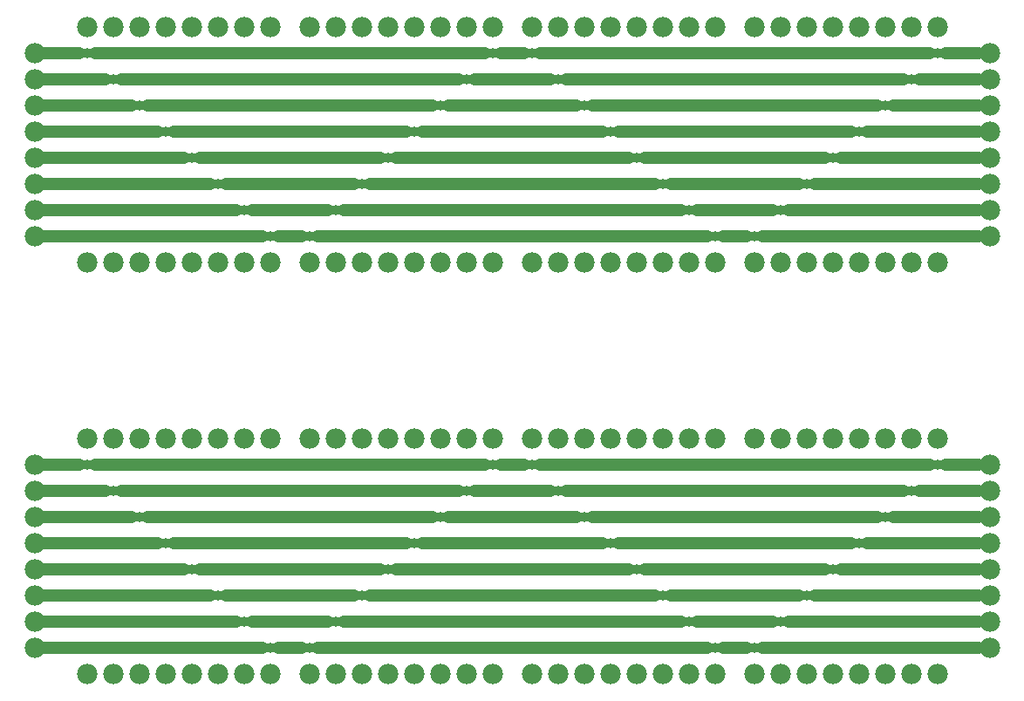
<source format=gbl>
G04 MADE WITH FRITZING*
G04 WWW.FRITZING.ORG*
G04 DOUBLE SIDED*
G04 HOLES PLATED*
G04 CONTOUR ON CENTER OF CONTOUR VECTOR*
%ASAXBY*%
%FSLAX23Y23*%
%MOIN*%
%OFA0B0*%
%SFA1.0B1.0*%
%ADD10C,0.078000*%
%ADD11C,0.039370*%
%ADD12C,0.048000*%
%LNCOPPER0*%
G90*
G70*
G54D10*
X2869Y208D03*
X2969Y208D03*
X3069Y208D03*
X3169Y208D03*
X3269Y208D03*
X3369Y208D03*
X3469Y208D03*
X3569Y208D03*
X2869Y1783D03*
X2969Y1783D03*
X3069Y1783D03*
X3169Y1783D03*
X3269Y1783D03*
X3369Y1783D03*
X3469Y1783D03*
X3569Y1783D03*
X2719Y208D03*
X2619Y208D03*
X2519Y208D03*
X2419Y208D03*
X2319Y208D03*
X2219Y208D03*
X2119Y208D03*
X2019Y208D03*
X2719Y1783D03*
X2619Y1783D03*
X2519Y1783D03*
X2419Y1783D03*
X2319Y1783D03*
X2219Y1783D03*
X2119Y1783D03*
X2019Y1783D03*
X1169Y208D03*
X1269Y208D03*
X1369Y208D03*
X1469Y208D03*
X1569Y208D03*
X1669Y208D03*
X1769Y208D03*
X1869Y208D03*
X1169Y1783D03*
X1269Y1783D03*
X1369Y1783D03*
X1469Y1783D03*
X1569Y1783D03*
X1669Y1783D03*
X1769Y1783D03*
X1869Y1783D03*
X1019Y208D03*
X919Y208D03*
X819Y208D03*
X719Y208D03*
X619Y208D03*
X519Y208D03*
X419Y208D03*
X319Y208D03*
X1019Y1783D03*
X919Y1783D03*
X819Y1783D03*
X719Y1783D03*
X619Y1783D03*
X519Y1783D03*
X419Y1783D03*
X319Y1783D03*
X2869Y1108D03*
X2969Y1108D03*
X3069Y1108D03*
X3169Y1108D03*
X3269Y1108D03*
X3369Y1108D03*
X3469Y1108D03*
X3569Y1108D03*
X2869Y2683D03*
X2969Y2683D03*
X3069Y2683D03*
X3169Y2683D03*
X3269Y2683D03*
X3369Y2683D03*
X3469Y2683D03*
X3569Y2683D03*
X2719Y1108D03*
X2619Y1108D03*
X2519Y1108D03*
X2419Y1108D03*
X2319Y1108D03*
X2219Y1108D03*
X2119Y1108D03*
X2019Y1108D03*
X2719Y2683D03*
X2619Y2683D03*
X2519Y2683D03*
X2419Y2683D03*
X2319Y2683D03*
X2219Y2683D03*
X2119Y2683D03*
X2019Y2683D03*
X1169Y1108D03*
X1269Y1108D03*
X1369Y1108D03*
X1469Y1108D03*
X1569Y1108D03*
X1669Y1108D03*
X1769Y1108D03*
X1869Y1108D03*
X1169Y2683D03*
X1269Y2683D03*
X1369Y2683D03*
X1469Y2683D03*
X1569Y2683D03*
X1669Y2683D03*
X1769Y2683D03*
X1869Y2683D03*
X1019Y1108D03*
X919Y1108D03*
X819Y1108D03*
X719Y1108D03*
X619Y1108D03*
X519Y1108D03*
X419Y1108D03*
X319Y1108D03*
X1019Y2683D03*
X919Y2683D03*
X819Y2683D03*
X719Y2683D03*
X619Y2683D03*
X519Y2683D03*
X419Y2683D03*
X319Y2683D03*
X3769Y308D03*
X3769Y408D03*
X3769Y508D03*
X3769Y608D03*
X3769Y708D03*
X3769Y808D03*
X3769Y908D03*
X3769Y1008D03*
X3769Y1883D03*
X3769Y1983D03*
X3769Y2083D03*
X3769Y2183D03*
X3769Y2283D03*
X3769Y2383D03*
X3769Y2483D03*
X3769Y2583D03*
X119Y308D03*
X119Y408D03*
X119Y508D03*
X119Y608D03*
X119Y708D03*
X119Y808D03*
X119Y908D03*
X119Y1008D03*
X119Y1883D03*
X119Y1983D03*
X119Y2083D03*
X119Y2183D03*
X119Y2283D03*
X119Y2383D03*
X119Y2483D03*
X119Y2583D03*
G54D11*
X3069Y508D03*
X3069Y2083D03*
X2519Y508D03*
X2519Y2083D03*
X1369Y508D03*
X1369Y2083D03*
X819Y508D03*
X819Y2083D03*
X2869Y308D03*
X2869Y1883D03*
X2719Y308D03*
X2719Y1883D03*
X1169Y308D03*
X1169Y1883D03*
X1019Y308D03*
X1019Y1883D03*
X2969Y408D03*
X2969Y1983D03*
X2619Y408D03*
X2619Y1983D03*
X1269Y408D03*
X1269Y1983D03*
X919Y408D03*
X919Y1983D03*
X3169Y608D03*
X3169Y2183D03*
X2419Y608D03*
X2419Y2183D03*
X1469Y608D03*
X1469Y2183D03*
X719Y608D03*
X719Y2183D03*
X3269Y708D03*
X3269Y2283D03*
X2319Y708D03*
X2319Y2283D03*
X1569Y708D03*
X1569Y2283D03*
X619Y708D03*
X619Y2283D03*
X3369Y808D03*
X3369Y2383D03*
X2219Y808D03*
X2219Y2383D03*
X1669Y808D03*
X1669Y2383D03*
X519Y808D03*
X519Y2383D03*
X3469Y908D03*
X3469Y2483D03*
X2119Y908D03*
X2119Y2483D03*
X1769Y908D03*
X1769Y2483D03*
X419Y908D03*
X419Y2483D03*
X3569Y1008D03*
X3569Y2583D03*
X2019Y1008D03*
X2019Y2583D03*
X1869Y1008D03*
X1869Y2583D03*
X319Y1008D03*
X319Y2583D03*
G54D12*
X389Y908D02*
X161Y908D01*
D02*
X389Y2483D02*
X161Y2483D01*
D02*
X350Y1008D02*
X1839Y1008D01*
D02*
X350Y2583D02*
X1839Y2583D01*
D02*
X450Y908D02*
X1739Y908D01*
D02*
X450Y2483D02*
X1739Y2483D01*
D02*
X550Y808D02*
X1639Y808D01*
D02*
X550Y2383D02*
X1639Y2383D01*
D02*
X650Y708D02*
X1539Y708D01*
D02*
X650Y2283D02*
X1539Y2283D01*
D02*
X750Y608D02*
X1439Y608D01*
D02*
X750Y2183D02*
X1439Y2183D01*
D02*
X850Y508D02*
X1339Y508D01*
D02*
X850Y2083D02*
X1339Y2083D01*
D02*
X950Y408D02*
X1239Y408D01*
D02*
X950Y1983D02*
X1239Y1983D01*
D02*
X1050Y308D02*
X1139Y308D01*
D02*
X1050Y1883D02*
X1139Y1883D01*
D02*
X1200Y308D02*
X2689Y308D01*
D02*
X1200Y1883D02*
X2689Y1883D01*
D02*
X1300Y408D02*
X2589Y408D01*
D02*
X1300Y1983D02*
X2589Y1983D01*
D02*
X1400Y508D02*
X2489Y508D01*
D02*
X1400Y2083D02*
X2489Y2083D01*
D02*
X1500Y608D02*
X2389Y608D01*
D02*
X1500Y2183D02*
X2389Y2183D01*
D02*
X1600Y708D02*
X2289Y708D01*
D02*
X1600Y2283D02*
X2289Y2283D01*
D02*
X1700Y808D02*
X2189Y808D01*
D02*
X1700Y2383D02*
X2189Y2383D01*
D02*
X1800Y908D02*
X2089Y908D01*
D02*
X1800Y2483D02*
X2089Y2483D01*
D02*
X1900Y1008D02*
X1989Y1008D01*
D02*
X1900Y2583D02*
X1989Y2583D01*
D02*
X2050Y1008D02*
X3539Y1008D01*
D02*
X2050Y2583D02*
X3539Y2583D01*
D02*
X2150Y908D02*
X3439Y908D01*
D02*
X2150Y2483D02*
X3439Y2483D01*
D02*
X2250Y808D02*
X3339Y808D01*
D02*
X2250Y2383D02*
X3339Y2383D01*
D02*
X2350Y708D02*
X3239Y708D01*
D02*
X2350Y2283D02*
X3239Y2283D01*
D02*
X2450Y608D02*
X3139Y608D01*
D02*
X2450Y2183D02*
X3139Y2183D01*
D02*
X2550Y508D02*
X3039Y508D01*
D02*
X2550Y2083D02*
X3039Y2083D01*
D02*
X2650Y408D02*
X2939Y408D01*
D02*
X2650Y1983D02*
X2939Y1983D01*
D02*
X2750Y308D02*
X2839Y308D01*
D02*
X2750Y1883D02*
X2839Y1883D01*
D02*
X3600Y1008D02*
X3728Y1008D01*
D02*
X3600Y2583D02*
X3728Y2583D01*
D02*
X3500Y908D02*
X3728Y908D01*
D02*
X3500Y2483D02*
X3728Y2483D01*
D02*
X3400Y808D02*
X3728Y808D01*
D02*
X3400Y2383D02*
X3728Y2383D01*
D02*
X3300Y708D02*
X3728Y708D01*
D02*
X3300Y2283D02*
X3728Y2283D01*
D02*
X3200Y608D02*
X3728Y608D01*
D02*
X3200Y2183D02*
X3728Y2183D01*
D02*
X3100Y508D02*
X3728Y508D01*
D02*
X3100Y2083D02*
X3728Y2083D01*
D02*
X3000Y408D02*
X3728Y408D01*
D02*
X3000Y1983D02*
X3728Y1983D01*
D02*
X2900Y308D02*
X3728Y308D01*
D02*
X2900Y1883D02*
X3728Y1883D01*
D02*
X289Y1008D02*
X161Y1008D01*
D02*
X289Y2583D02*
X161Y2583D01*
D02*
X161Y808D02*
X489Y808D01*
D02*
X161Y2383D02*
X489Y2383D01*
D02*
X589Y708D02*
X161Y708D01*
D02*
X589Y2283D02*
X161Y2283D01*
D02*
X689Y608D02*
X161Y608D01*
D02*
X689Y2183D02*
X161Y2183D01*
D02*
X789Y508D02*
X161Y508D01*
D02*
X789Y2083D02*
X161Y2083D01*
D02*
X161Y408D02*
X889Y408D01*
D02*
X161Y1983D02*
X889Y1983D01*
D02*
X989Y308D02*
X161Y308D01*
D02*
X989Y1883D02*
X161Y1883D01*
G04 End of Copper0*
M02*
</source>
